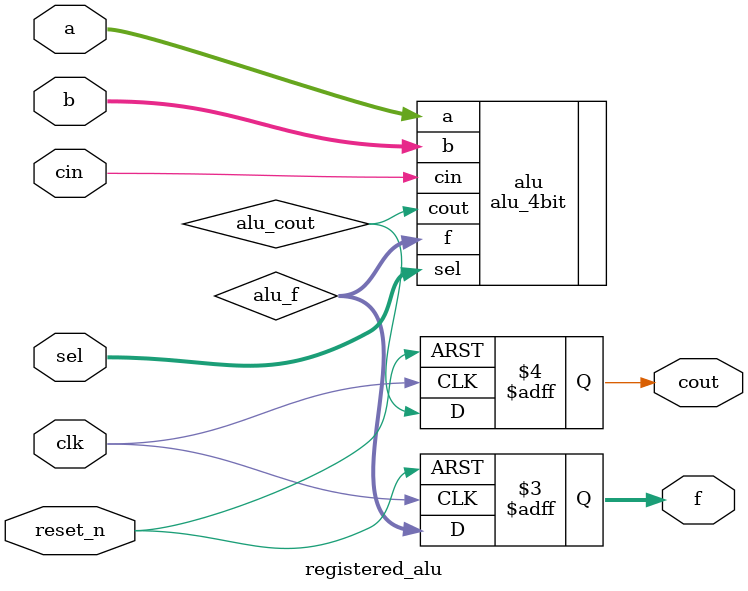
<source format=v>
`timescale 1ns / 1ps
module registered_alu(
    input clk,
    input reset_n,
    input [2:0] sel,
    input [3:0] a,
    input [3:0] b,
    input cin,
    output reg [3:0] f,
    output reg cout
);
    wire [3:0] alu_f;
    wire alu_cout;
    
    // Instantiate ALU
    alu_4bit alu(.sel(sel), .a(a), .b(b), .cin(cin), .f(alu_f), .cout(alu_cout));
    
    // Register outputs
    always @(posedge clk or negedge reset_n) begin
        if (!reset_n) begin
            f <= 4'b0000;
            cout <= 1'b0;
        end else begin
            f <= alu_f;
            cout <= alu_cout;
        end
    end
endmodule


</source>
